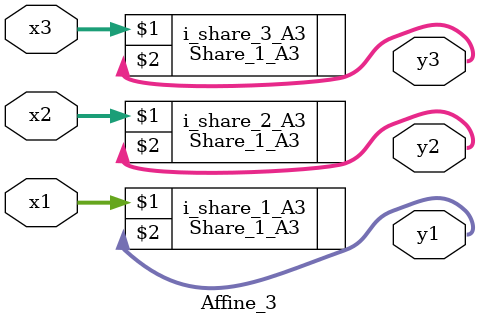
<source format=v>


module Affine_3(
	input wire [3:0] x1,	// one 4-bit input share per A-box
	input wire [3:0] x2,
	input wire [3:0] x3,
	output wire [3:0] y1,	// one 4-bit output share per A-box
	output wire [3:0] y2,
	output wire [3:0] y3
);

Share_1_A3 i_share_1_A3 (x1, y1);
Share_1_A3 i_share_2_A3 (x2, y2);
Share_1_A3 i_share_3_A3 (x3, y3);

endmodule 
</source>
